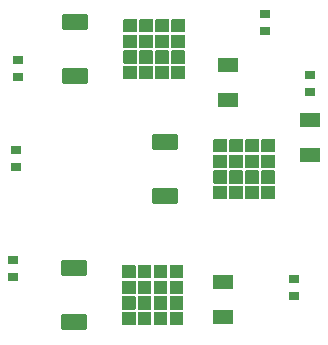
<source format=gtp>
G04*
G04 #@! TF.GenerationSoftware,Altium Limited,Altium Designer,25.1.2 (22)*
G04*
G04 Layer_Color=8421504*
%FSLAX44Y44*%
%MOMM*%
G71*
G04*
G04 #@! TF.SameCoordinates,B7D9D61E-E531-4C97-95C7-BE20352FD60D*
G04*
G04*
G04 #@! TF.FilePolarity,Positive*
G04*
G01*
G75*
%ADD14R,1.7700X1.2300*%
%ADD15R,0.9000X0.8000*%
G04:AMPARAMS|DCode=16|XSize=2.15mm|YSize=1.3mm|CornerRadius=0.052mm|HoleSize=0mm|Usage=FLASHONLY|Rotation=0.000|XOffset=0mm|YOffset=0mm|HoleType=Round|Shape=RoundedRectangle|*
%AMROUNDEDRECTD16*
21,1,2.1500,1.1960,0,0,0.0*
21,1,2.0460,1.3000,0,0,0.0*
1,1,0.1040,1.0230,-0.5980*
1,1,0.1040,-1.0230,-0.5980*
1,1,0.1040,-1.0230,0.5980*
1,1,0.1040,1.0230,0.5980*
%
%ADD16ROUNDEDRECTD16*%
G36*
X740463Y701734D02*
X740604Y701593D01*
X740680Y701409D01*
Y701310D01*
Y691110D01*
Y691011D01*
X740604Y690827D01*
X740463Y690686D01*
X740279Y690610D01*
X729581D01*
X729397Y690686D01*
X729256Y690827D01*
X729180Y691011D01*
Y691110D01*
Y701310D01*
Y701409D01*
X729256Y701593D01*
X729397Y701734D01*
X729581Y701810D01*
X740279D01*
X740463Y701734D01*
D02*
G37*
G36*
X726963D02*
X727104Y701593D01*
X727180Y701409D01*
Y701310D01*
Y691110D01*
Y691011D01*
X727104Y690827D01*
X726963Y690686D01*
X726779Y690610D01*
X716180D01*
X716080Y690610D01*
X715897Y690686D01*
X715756Y690827D01*
X715680Y691011D01*
X715680Y691110D01*
Y701310D01*
Y701409D01*
X715756Y701593D01*
X715897Y701734D01*
X716080Y701810D01*
X726779D01*
X726963Y701734D01*
D02*
G37*
G36*
X740463Y688534D02*
X740604Y688393D01*
X740680Y688209D01*
X740680Y688110D01*
X740680Y688110D01*
Y677910D01*
Y677811D01*
X740604Y677627D01*
X740463Y677486D01*
X740279Y677410D01*
X729581D01*
X729397Y677486D01*
X729256Y677627D01*
X729180Y677811D01*
Y677910D01*
Y688110D01*
Y688209D01*
X729256Y688393D01*
X729397Y688534D01*
X729581Y688610D01*
X729680D01*
X740180Y688610D01*
X740279Y688610D01*
X740463Y688534D01*
D02*
G37*
G36*
X726963D02*
X727104Y688393D01*
X727180Y688209D01*
Y688110D01*
Y677910D01*
Y677811D01*
X727104Y677627D01*
X726963Y677486D01*
X726779Y677410D01*
X716080D01*
X715897Y677486D01*
X715756Y677627D01*
X715680Y677811D01*
Y677910D01*
Y688110D01*
Y688209D01*
X715756Y688393D01*
X715897Y688534D01*
X716080Y688610D01*
X726779D01*
X726963Y688534D01*
D02*
G37*
G36*
X740463Y675334D02*
X740604Y675193D01*
X740680Y675009D01*
Y674910D01*
Y664710D01*
Y664611D01*
X740604Y664427D01*
X740463Y664286D01*
X740279Y664210D01*
X729581D01*
X729397Y664286D01*
X729256Y664427D01*
X729180Y664611D01*
Y664710D01*
Y674910D01*
Y675009D01*
X729256Y675193D01*
X729397Y675334D01*
X729581Y675410D01*
X740279D01*
X740463Y675334D01*
D02*
G37*
G36*
X726963D02*
X727104Y675193D01*
X727180Y675009D01*
Y674910D01*
Y664710D01*
Y664611D01*
X727104Y664427D01*
X726963Y664286D01*
X726779Y664210D01*
X716080D01*
X715897Y664286D01*
X715756Y664427D01*
X715680Y664611D01*
Y664710D01*
Y674910D01*
Y675009D01*
X715756Y675193D01*
X715897Y675334D01*
X716080Y675410D01*
X726779D01*
X726963Y675334D01*
D02*
G37*
G36*
X767180Y701810D02*
X767279D01*
X767463Y701734D01*
X767604Y701593D01*
X767680Y701409D01*
Y701310D01*
X767680Y701310D01*
Y691110D01*
Y691011D01*
X767604Y690827D01*
X767463Y690686D01*
X767279Y690610D01*
X756581D01*
X756397Y690686D01*
X756256Y690827D01*
X756180Y691011D01*
Y691110D01*
Y701310D01*
Y701409D01*
X756256Y701593D01*
X756397Y701734D01*
X756581Y701810D01*
X756680D01*
X767180Y701810D01*
D02*
G37*
G36*
X753963Y701734D02*
X754104Y701593D01*
X754180Y701409D01*
Y701310D01*
Y691110D01*
Y691011D01*
X754104Y690827D01*
X753963Y690686D01*
X753779Y690610D01*
X743081D01*
X742897Y690686D01*
X742756Y690827D01*
X742680Y691011D01*
Y691110D01*
Y701310D01*
Y701409D01*
X742756Y701593D01*
X742897Y701734D01*
X743081Y701810D01*
X753779D01*
X753963Y701734D01*
D02*
G37*
G36*
Y688534D02*
X754104Y688393D01*
X754180Y688209D01*
Y688110D01*
Y677910D01*
Y677811D01*
X754104Y677627D01*
X753963Y677486D01*
X753779Y677410D01*
X743081D01*
X742897Y677486D01*
X742756Y677627D01*
X742680Y677811D01*
Y677910D01*
X742680Y688110D01*
X742680Y688209D01*
X742756Y688393D01*
X742897Y688534D01*
X743081Y688610D01*
X743180Y688610D01*
Y688610D01*
X753779D01*
X753963Y688534D01*
D02*
G37*
G36*
X767463D02*
X767604Y688393D01*
X767680Y688209D01*
Y688110D01*
Y677910D01*
Y677811D01*
X767604Y677627D01*
X767463Y677486D01*
X767279Y677410D01*
X756581D01*
X756397Y677486D01*
X756256Y677627D01*
X756180Y677811D01*
Y677910D01*
Y688110D01*
Y688209D01*
X756256Y688393D01*
X756397Y688534D01*
X756581Y688610D01*
X767279D01*
X767463Y688534D01*
D02*
G37*
G36*
Y675334D02*
X767604Y675193D01*
X767680Y675009D01*
Y674910D01*
X767680Y664710D01*
Y664611D01*
X767604Y664427D01*
X767463Y664286D01*
X767279Y664210D01*
X756581D01*
X756397Y664286D01*
X756256Y664427D01*
X756180Y664611D01*
Y664710D01*
Y674910D01*
Y675009D01*
X756256Y675193D01*
X756397Y675334D01*
X756581Y675410D01*
X767279D01*
X767463Y675334D01*
D02*
G37*
G36*
X753963D02*
X754104Y675193D01*
X754180Y675009D01*
Y674910D01*
X754180Y664710D01*
Y664611D01*
X754104Y664427D01*
X753963Y664286D01*
X753779Y664210D01*
X743081D01*
X742897Y664286D01*
X742756Y664427D01*
X742680Y664611D01*
Y664710D01*
Y674910D01*
Y675009D01*
X742756Y675193D01*
X742897Y675334D01*
X743081Y675410D01*
X753779D01*
X753963Y675334D01*
D02*
G37*
G36*
X804423Y795214D02*
X804564Y795073D01*
X804640Y794889D01*
Y794790D01*
Y784590D01*
Y784491D01*
X804564Y784307D01*
X804423Y784166D01*
X804239Y784090D01*
X793540D01*
X793357Y784166D01*
X793216Y784307D01*
X793140Y784491D01*
Y784590D01*
Y794790D01*
Y794889D01*
X793216Y795073D01*
X793357Y795214D01*
X793540Y795290D01*
X804239D01*
X804423Y795214D01*
D02*
G37*
G36*
Y782014D02*
X804564Y781873D01*
X804640Y781689D01*
Y781590D01*
Y771390D01*
Y771291D01*
X804564Y771107D01*
X804423Y770966D01*
X804239Y770890D01*
X793540D01*
X793357Y770966D01*
X793216Y771107D01*
X793140Y771291D01*
Y771390D01*
Y781590D01*
Y781689D01*
X793216Y781873D01*
X793357Y782014D01*
X793540Y782090D01*
X804239D01*
X804423Y782014D01*
D02*
G37*
G36*
X767463Y714934D02*
X767604Y714793D01*
X767680Y714609D01*
Y714510D01*
Y704310D01*
Y704211D01*
X767604Y704027D01*
X767463Y703886D01*
X767279Y703810D01*
X756581D01*
X756397Y703886D01*
X756256Y704027D01*
X756180Y704211D01*
Y704310D01*
X756180Y714510D01*
X756180Y714609D01*
X756256Y714793D01*
X756397Y714934D01*
X756581Y715010D01*
X756680Y715010D01*
Y715010D01*
X767279D01*
X767463Y714934D01*
D02*
G37*
G36*
X740463D02*
X740604Y714793D01*
X740680Y714609D01*
Y714510D01*
Y704310D01*
Y704211D01*
X740604Y704027D01*
X740463Y703886D01*
X740279Y703810D01*
X729581D01*
X729397Y703886D01*
X729256Y704027D01*
X729180Y704211D01*
Y704310D01*
X729180Y714510D01*
X729180Y714609D01*
X729256Y714793D01*
X729397Y714934D01*
X729581Y715010D01*
X729680Y715010D01*
Y715010D01*
X740279D01*
X740463Y714934D01*
D02*
G37*
G36*
X753680Y715010D02*
X753779D01*
X753963Y714934D01*
X754104Y714793D01*
X754180Y714609D01*
Y714510D01*
Y704310D01*
Y704211D01*
X754104Y704027D01*
X753963Y703886D01*
X753779Y703810D01*
X743081D01*
X742897Y703886D01*
X742756Y704027D01*
X742680Y704211D01*
Y704310D01*
Y714510D01*
Y714609D01*
X742756Y714793D01*
X742897Y714934D01*
X743081Y715010D01*
X743180D01*
X753680Y715010D01*
D02*
G37*
G36*
X726963Y714934D02*
X727104Y714793D01*
X727180Y714609D01*
Y714510D01*
Y704310D01*
Y704211D01*
X727104Y704027D01*
X726963Y703886D01*
X726779Y703810D01*
X716180D01*
X716080Y703810D01*
X715897Y703886D01*
X715756Y704027D01*
X715680Y704211D01*
X715680Y704310D01*
Y714510D01*
Y714609D01*
X715756Y714793D01*
X715897Y714934D01*
X716080Y715010D01*
X726779D01*
X726963Y714934D01*
D02*
G37*
G36*
X831423Y795214D02*
X831564Y795073D01*
X831640Y794889D01*
Y794790D01*
Y784590D01*
Y784491D01*
X831564Y784307D01*
X831423Y784166D01*
X831239Y784090D01*
X820540D01*
X820357Y784166D01*
X820216Y784307D01*
X820140Y784491D01*
Y784590D01*
X820140Y794790D01*
X820140Y794889D01*
X820216Y795073D01*
X820357Y795214D01*
X820540Y795290D01*
X820640Y795290D01*
Y795290D01*
X831239D01*
X831423Y795214D01*
D02*
G37*
G36*
X817923D02*
X818064Y795073D01*
X818140Y794889D01*
X818140Y794790D01*
X818140Y794790D01*
Y784590D01*
Y784491D01*
X818064Y784307D01*
X817923Y784166D01*
X817739Y784090D01*
X807040D01*
X806857Y784166D01*
X806716Y784307D01*
X806640Y784491D01*
Y784590D01*
Y794790D01*
Y794889D01*
X806716Y795073D01*
X806857Y795214D01*
X807040Y795290D01*
X807140D01*
X817640Y795290D01*
X817739Y795290D01*
X817923Y795214D01*
D02*
G37*
G36*
X844923D02*
X845064Y795073D01*
X845140Y794889D01*
Y794790D01*
Y784590D01*
Y784491D01*
X845064Y784307D01*
X844923Y784166D01*
X844739Y784090D01*
X834041D01*
X833857Y784166D01*
X833716Y784307D01*
X833640Y784491D01*
Y784590D01*
Y794790D01*
Y794889D01*
X833716Y795073D01*
X833857Y795214D01*
X834041Y795290D01*
X844739D01*
X844923Y795214D01*
D02*
G37*
G36*
Y782014D02*
X845064Y781873D01*
X845140Y781689D01*
Y781590D01*
X845140Y771390D01*
Y771291D01*
X845064Y771107D01*
X844923Y770966D01*
X844739Y770890D01*
X834041D01*
X833857Y770966D01*
X833716Y771107D01*
X833640Y771291D01*
Y771390D01*
Y781590D01*
Y781689D01*
X833716Y781873D01*
X833857Y782014D01*
X834041Y782090D01*
X844739D01*
X844923Y782014D01*
D02*
G37*
G36*
X831423D02*
X831564Y781873D01*
X831640Y781689D01*
Y781590D01*
X831640Y771390D01*
Y771291D01*
X831564Y771107D01*
X831423Y770966D01*
X831239Y770890D01*
X820540D01*
X820357Y770966D01*
X820216Y771107D01*
X820140Y771291D01*
Y771390D01*
Y781590D01*
Y781689D01*
X820216Y781873D01*
X820357Y782014D01*
X820540Y782090D01*
X831239D01*
X831423Y782014D01*
D02*
G37*
G36*
X817923D02*
X818064Y781873D01*
X818140Y781689D01*
Y781590D01*
Y771390D01*
Y771291D01*
X818064Y771107D01*
X817923Y770966D01*
X817739Y770890D01*
X807040D01*
X806857Y770966D01*
X806716Y771107D01*
X806640Y771291D01*
Y771390D01*
Y781590D01*
Y781689D01*
X806716Y781873D01*
X806857Y782014D01*
X807040Y782090D01*
X817739D01*
X817923Y782014D01*
D02*
G37*
G36*
X716940Y872990D02*
Y883190D01*
Y883289D01*
X717016Y883473D01*
X717157Y883614D01*
X717340Y883690D01*
X717440D01*
D01*
X727940D01*
X728039D01*
X728223Y883614D01*
X728364Y883473D01*
X728440Y883289D01*
Y883190D01*
D01*
Y872990D01*
Y872890D01*
X728364Y872707D01*
X728223Y872566D01*
X728039Y872490D01*
X727940D01*
D01*
X717440D01*
X717340D01*
X717157Y872566D01*
X717016Y872707D01*
X716940Y872890D01*
Y872990D01*
D01*
D02*
G37*
G36*
X741940D02*
Y872890D01*
X741864Y872707D01*
X741723Y872566D01*
X741539Y872490D01*
X741440D01*
D01*
X730940D01*
X730841D01*
X730657Y872566D01*
X730516Y872707D01*
X730440Y872890D01*
Y872990D01*
D01*
Y883190D01*
Y883289D01*
X730516Y883473D01*
X730657Y883614D01*
X730841Y883690D01*
X730940D01*
D01*
X741440D01*
X741539D01*
X741723Y883614D01*
X741864Y883473D01*
X741940Y883289D01*
Y883190D01*
D01*
Y872990D01*
D02*
G37*
G36*
X744440Y883690D02*
X754940D01*
X755039D01*
X755223Y883614D01*
X755364Y883473D01*
X755440Y883289D01*
Y883190D01*
D01*
X755440Y872990D01*
Y872890D01*
X755364Y872707D01*
X755223Y872566D01*
X755039Y872490D01*
X754940D01*
D01*
X744440D01*
X744341D01*
X744157Y872566D01*
X744016Y872707D01*
X743940Y872890D01*
Y872990D01*
D01*
Y883190D01*
Y883289D01*
X744016Y883473D01*
X744157Y883614D01*
X744341Y883690D01*
X744440D01*
D01*
D02*
G37*
G36*
X793640Y808490D02*
X804140D01*
X804239D01*
X804423Y808414D01*
X804564Y808273D01*
X804640Y808089D01*
Y807990D01*
D01*
Y797790D01*
Y797691D01*
X804564Y797507D01*
X804423Y797366D01*
X804239Y797290D01*
X804140D01*
D01*
X793640D01*
X793540Y797290D01*
X793357Y797366D01*
X793216Y797507D01*
X793140Y797691D01*
X793140Y797790D01*
D01*
Y807990D01*
Y808089D01*
X793216Y808273D01*
X793357Y808414D01*
X793540Y808490D01*
X793640D01*
D01*
D02*
G37*
G36*
Y810490D02*
X793540Y810490D01*
X793357Y810566D01*
X793216Y810707D01*
X793140Y810891D01*
X793140Y810990D01*
D01*
Y821190D01*
Y821289D01*
X793216Y821473D01*
X793357Y821614D01*
X793540Y821690D01*
X793640D01*
D01*
X804140D01*
X804239D01*
X804423Y821614D01*
X804564Y821473D01*
X804640Y821289D01*
Y821190D01*
D01*
Y810990D01*
Y810891D01*
X804564Y810707D01*
X804423Y810566D01*
X804239Y810490D01*
X804140D01*
D01*
X793640D01*
D02*
G37*
G36*
X768940Y872990D02*
Y872890D01*
X768864Y872707D01*
X768723Y872566D01*
X768539Y872490D01*
X768440D01*
X768440D01*
X757940D01*
X757840D01*
X757657Y872566D01*
X757516Y872707D01*
X757440Y872890D01*
Y872990D01*
D01*
Y883190D01*
Y883289D01*
X757516Y883473D01*
X757657Y883614D01*
X757840Y883690D01*
X757940D01*
D01*
X768440D01*
X768539D01*
X768723Y883614D01*
X768864Y883473D01*
X768940Y883289D01*
Y883190D01*
D01*
X768940Y872990D01*
D02*
G37*
G36*
X844923Y821614D02*
X845064Y821473D01*
X845140Y821289D01*
Y821190D01*
Y810990D01*
Y810891D01*
X845064Y810707D01*
X844923Y810566D01*
X844739Y810490D01*
X834041D01*
X833857Y810566D01*
X833716Y810707D01*
X833640Y810891D01*
Y810990D01*
X833640Y821190D01*
X833640Y821289D01*
X833716Y821473D01*
X833857Y821614D01*
X834041Y821690D01*
X834140Y821690D01*
Y821690D01*
X844739D01*
X844923Y821614D01*
D02*
G37*
G36*
X817923D02*
X818064Y821473D01*
X818140Y821289D01*
Y821190D01*
Y810990D01*
Y810891D01*
X818064Y810707D01*
X817923Y810566D01*
X817739Y810490D01*
X807040D01*
X806857Y810566D01*
X806716Y810707D01*
X806640Y810891D01*
Y810990D01*
X806640Y821190D01*
X806640Y821289D01*
X806716Y821473D01*
X806857Y821614D01*
X807040Y821690D01*
X807140Y821690D01*
Y821690D01*
X817739D01*
X817923Y821614D01*
D02*
G37*
G36*
X831140Y821690D02*
X831239D01*
X831423Y821614D01*
X831564Y821473D01*
X831640Y821289D01*
Y821190D01*
Y810990D01*
Y810891D01*
X831564Y810707D01*
X831423Y810566D01*
X831239Y810490D01*
X820540D01*
X820357Y810566D01*
X820216Y810707D01*
X820140Y810891D01*
Y810990D01*
Y821190D01*
Y821289D01*
X820216Y821473D01*
X820357Y821614D01*
X820540Y821690D01*
X820640D01*
X831140Y821690D01*
D02*
G37*
G36*
X844640Y808490D02*
X844739D01*
X844923Y808414D01*
X845064Y808273D01*
X845140Y808089D01*
Y807990D01*
X845140Y807990D01*
Y797790D01*
Y797691D01*
X845064Y797507D01*
X844923Y797366D01*
X844739Y797290D01*
X834041D01*
X833857Y797366D01*
X833716Y797507D01*
X833640Y797691D01*
Y797790D01*
Y807990D01*
Y808089D01*
X833716Y808273D01*
X833857Y808414D01*
X834041Y808490D01*
X834140D01*
X844640Y808490D01*
D02*
G37*
G36*
X831423Y808414D02*
X831564Y808273D01*
X831640Y808089D01*
Y807990D01*
Y797790D01*
Y797691D01*
X831564Y797507D01*
X831423Y797366D01*
X831239Y797290D01*
X820540D01*
X820357Y797366D01*
X820216Y797507D01*
X820140Y797691D01*
Y797790D01*
Y807990D01*
Y808089D01*
X820216Y808273D01*
X820357Y808414D01*
X820540Y808490D01*
X831239D01*
X831423Y808414D01*
D02*
G37*
G36*
X817923D02*
X818064Y808273D01*
X818140Y808089D01*
Y807990D01*
Y797790D01*
Y797691D01*
X818064Y797507D01*
X817923Y797366D01*
X817739Y797290D01*
X807040D01*
X806857Y797366D01*
X806716Y797507D01*
X806640Y797691D01*
Y797790D01*
Y807990D01*
Y808089D01*
X806716Y808273D01*
X806857Y808414D01*
X807040Y808490D01*
X817739D01*
X817923Y808414D01*
D02*
G37*
G36*
X741723Y923214D02*
X741864Y923073D01*
X741940Y922889D01*
Y922790D01*
Y912590D01*
Y912490D01*
X741864Y912307D01*
X741723Y912166D01*
X741539Y912090D01*
X730841D01*
X730657Y912166D01*
X730516Y912307D01*
X730440Y912490D01*
Y912590D01*
X730440Y922790D01*
X730440Y922889D01*
X730516Y923073D01*
X730657Y923214D01*
X730841Y923290D01*
X730940Y923290D01*
Y923290D01*
X741539D01*
X741723Y923214D01*
D02*
G37*
G36*
X728223D02*
X728364Y923073D01*
X728440Y922889D01*
Y922790D01*
Y912590D01*
Y912490D01*
X728364Y912307D01*
X728223Y912166D01*
X728039Y912090D01*
X717440D01*
X717340Y912090D01*
X717157Y912166D01*
X717016Y912307D01*
X716940Y912490D01*
X716940Y912590D01*
Y922790D01*
Y922889D01*
X717016Y923073D01*
X717157Y923214D01*
X717340Y923290D01*
X728039D01*
X728223Y923214D01*
D02*
G37*
G36*
X741723Y910014D02*
X741864Y909873D01*
X741940Y909689D01*
Y909590D01*
Y899390D01*
Y899290D01*
X741864Y899107D01*
X741723Y898966D01*
X741539Y898890D01*
X730841D01*
X730657Y898966D01*
X730516Y899107D01*
X730440Y899290D01*
Y899390D01*
Y909590D01*
Y909689D01*
X730516Y909873D01*
X730657Y910014D01*
X730841Y910090D01*
X741539D01*
X741723Y910014D01*
D02*
G37*
G36*
X728223D02*
X728364Y909873D01*
X728440Y909689D01*
Y909590D01*
Y899390D01*
Y899290D01*
X728364Y899107D01*
X728223Y898966D01*
X728039Y898890D01*
X717440D01*
X717340Y898890D01*
X717157Y898966D01*
X717016Y899107D01*
X716940Y899290D01*
X716940Y899390D01*
Y909590D01*
Y909689D01*
X717016Y909873D01*
X717157Y910014D01*
X717340Y910090D01*
X728039D01*
X728223Y910014D01*
D02*
G37*
G36*
X741723Y896814D02*
X741864Y896673D01*
X741940Y896489D01*
X741940Y896390D01*
X741940Y896390D01*
Y886190D01*
Y886090D01*
X741864Y885907D01*
X741723Y885766D01*
X741539Y885690D01*
X730841D01*
X730657Y885766D01*
X730516Y885907D01*
X730440Y886090D01*
Y886190D01*
Y896390D01*
Y896489D01*
X730516Y896673D01*
X730657Y896814D01*
X730841Y896890D01*
X730940D01*
X741440Y896890D01*
X741539Y896890D01*
X741723Y896814D01*
D02*
G37*
G36*
X728223D02*
X728364Y896673D01*
X728440Y896489D01*
Y896390D01*
Y886190D01*
Y886090D01*
X728364Y885907D01*
X728223Y885766D01*
X728039Y885690D01*
X717340D01*
X717157Y885766D01*
X717016Y885907D01*
X716940Y886090D01*
Y886190D01*
Y896390D01*
Y896489D01*
X717016Y896673D01*
X717157Y896814D01*
X717340Y896890D01*
X728039D01*
X728223Y896814D01*
D02*
G37*
G36*
X768723Y923214D02*
X768864Y923073D01*
X768940Y922889D01*
Y922790D01*
Y912590D01*
Y912490D01*
X768864Y912307D01*
X768723Y912166D01*
X768539Y912090D01*
X757840D01*
X757657Y912166D01*
X757516Y912307D01*
X757440Y912490D01*
Y912590D01*
X757440Y922790D01*
X757440Y922889D01*
X757516Y923073D01*
X757657Y923214D01*
X757840Y923290D01*
X757940Y923290D01*
Y923290D01*
X768539D01*
X768723Y923214D01*
D02*
G37*
G36*
X754940Y923290D02*
X755039D01*
X755223Y923214D01*
X755364Y923073D01*
X755440Y922889D01*
Y922790D01*
Y912590D01*
Y912490D01*
X755364Y912307D01*
X755223Y912166D01*
X755039Y912090D01*
X744341D01*
X744157Y912166D01*
X744016Y912307D01*
X743940Y912490D01*
Y912590D01*
Y922790D01*
Y922889D01*
X744016Y923073D01*
X744157Y923214D01*
X744341Y923290D01*
X744440D01*
X754940Y923290D01*
D02*
G37*
G36*
X768440Y910090D02*
X768539D01*
X768723Y910014D01*
X768864Y909873D01*
X768940Y909689D01*
Y909590D01*
X768940Y909590D01*
Y899390D01*
Y899290D01*
X768864Y899107D01*
X768723Y898966D01*
X768539Y898890D01*
X757840D01*
X757657Y898966D01*
X757516Y899107D01*
X757440Y899290D01*
Y899390D01*
Y909590D01*
Y909689D01*
X757516Y909873D01*
X757657Y910014D01*
X757840Y910090D01*
X757940D01*
X768440Y910090D01*
D02*
G37*
G36*
X755223Y910014D02*
X755364Y909873D01*
X755440Y909689D01*
Y909590D01*
Y899390D01*
Y899290D01*
X755364Y899107D01*
X755223Y898966D01*
X755039Y898890D01*
X744341D01*
X744157Y898966D01*
X744016Y899107D01*
X743940Y899290D01*
Y899390D01*
Y909590D01*
Y909689D01*
X744016Y909873D01*
X744157Y910014D01*
X744341Y910090D01*
X755039D01*
X755223Y910014D01*
D02*
G37*
G36*
Y896814D02*
X755364Y896673D01*
X755440Y896489D01*
Y896390D01*
Y886190D01*
Y886090D01*
X755364Y885907D01*
X755223Y885766D01*
X755039Y885690D01*
X744341D01*
X744157Y885766D01*
X744016Y885907D01*
X743940Y886090D01*
Y886190D01*
X743940Y896390D01*
X743940Y896489D01*
X744016Y896673D01*
X744157Y896814D01*
X744341Y896890D01*
X744440Y896890D01*
Y896890D01*
X755039D01*
X755223Y896814D01*
D02*
G37*
G36*
X768723D02*
X768864Y896673D01*
X768940Y896489D01*
Y896390D01*
Y886190D01*
Y886090D01*
X768864Y885907D01*
X768723Y885766D01*
X768539Y885690D01*
X757840D01*
X757657Y885766D01*
X757516Y885907D01*
X757440Y886090D01*
Y886190D01*
Y896390D01*
Y896489D01*
X757516Y896673D01*
X757657Y896814D01*
X757840Y896890D01*
X768539D01*
X768723Y896814D01*
D02*
G37*
D14*
X875030Y808300D02*
D03*
Y837620D02*
D03*
X801370Y700460D02*
D03*
Y671140D02*
D03*
X805180Y884610D02*
D03*
Y855290D02*
D03*
D15*
X875030Y861680D02*
D03*
Y875680D02*
D03*
X861060Y702960D02*
D03*
Y688960D02*
D03*
X836930Y927750D02*
D03*
Y913750D02*
D03*
X627380Y874380D02*
D03*
Y888380D02*
D03*
X626110Y798180D02*
D03*
Y812180D02*
D03*
X623570Y705470D02*
D03*
Y719470D02*
D03*
D16*
X675030Y712460D02*
D03*
Y666760D02*
D03*
X752490Y819140D02*
D03*
Y773440D02*
D03*
X676290Y920740D02*
D03*
Y875040D02*
D03*
M02*

</source>
